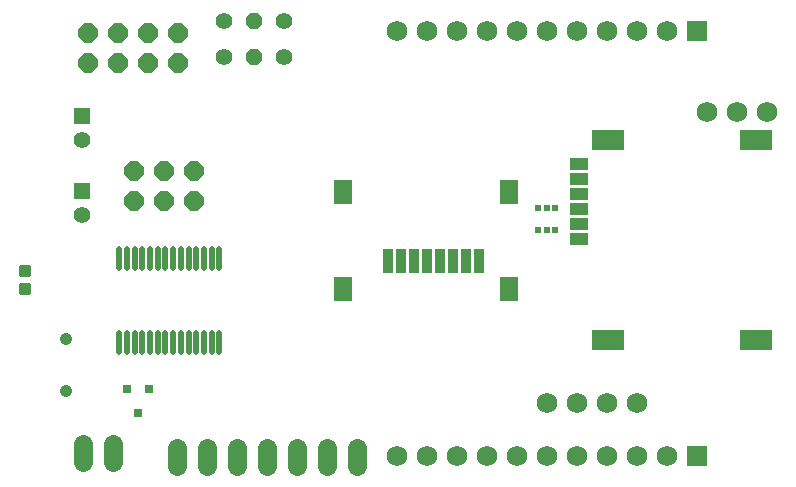
<source format=gbr>
G04 EAGLE Gerber X2 export*
%TF.Part,Single*%
%TF.FileFunction,Soldermask,Bot,1*%
%TF.FilePolarity,Negative*%
%TF.GenerationSoftware,Autodesk,EAGLE,8.6.3*%
%TF.CreationDate,2023-08-17T09:39:48Z*%
G75*
%MOMM*%
%FSLAX34Y34*%
%LPD*%
%AMOC8*
5,1,8,0,0,1.08239X$1,22.5*%
G01*
%ADD10R,1.752600X1.752600*%
%ADD11C,1.752600*%
%ADD12R,0.601600X0.601600*%
%ADD13R,0.501600X0.601600*%
%ADD14R,2.711600X1.661600*%
%ADD15R,1.601600X1.001600*%
%ADD16R,1.409600X1.409600*%
%ADD17C,1.409600*%
%ADD18R,0.901600X2.109600*%
%ADD19R,1.551600X2.101600*%
%ADD20P,1.539592X8X292.500000*%
%ADD21C,1.422400*%
%ADD22C,0.247650*%
%ADD23C,0.482600*%
%ADD24C,1.051600*%
%ADD25C,1.625600*%
%ADD26P,1.759533X8X202.500000*%
%ADD27P,1.759533X8X22.500000*%
%ADD28R,0.701600X0.801600*%


D10*
X477000Y380000D03*
D11*
X451600Y380000D03*
X426200Y380000D03*
X400800Y380000D03*
X375400Y380000D03*
X350000Y380000D03*
X324600Y380000D03*
X299200Y380000D03*
X273800Y380000D03*
X248400Y380000D03*
X223000Y380000D03*
D12*
X341750Y229980D03*
D13*
X349250Y229980D03*
D12*
X356750Y229980D03*
X356750Y211980D03*
D13*
X349250Y211980D03*
D12*
X341750Y211980D03*
D14*
X400900Y287400D03*
X526900Y287400D03*
X526900Y118400D03*
X400900Y118400D03*
D15*
X376900Y267100D03*
X376900Y254400D03*
X376900Y241700D03*
X376900Y229000D03*
X376900Y216300D03*
X376900Y203600D03*
D16*
X-44196Y308196D03*
D17*
X-44196Y288196D03*
D16*
X-44196Y244696D03*
D17*
X-44196Y224696D03*
D18*
X215286Y185040D03*
X226286Y185040D03*
X237286Y185040D03*
X248286Y185040D03*
X259286Y185040D03*
X270286Y185040D03*
X281286Y185040D03*
X292286Y185040D03*
D19*
X177250Y161580D03*
X317290Y161580D03*
X177250Y243564D03*
X317290Y243564D03*
D10*
X477000Y20000D03*
D11*
X451600Y20000D03*
X426200Y20000D03*
X400800Y20000D03*
X375400Y20000D03*
X350000Y20000D03*
X324600Y20000D03*
X299200Y20000D03*
X273800Y20000D03*
X248400Y20000D03*
X223000Y20000D03*
X349250Y64770D03*
X374650Y64770D03*
X400050Y64770D03*
X425450Y64770D03*
X485140Y311150D03*
X510540Y311150D03*
X535940Y311150D03*
D20*
X101600Y388620D03*
X101600Y358140D03*
D21*
X127000Y388620D03*
X76200Y388620D03*
X76200Y358140D03*
X127000Y358140D03*
D22*
X-96171Y181261D02*
X-96171Y173831D01*
X-96171Y181261D02*
X-88741Y181261D01*
X-88741Y173831D01*
X-96171Y173831D01*
X-96171Y176307D02*
X-88741Y176307D01*
X-88741Y178783D02*
X-96171Y178783D01*
X-96171Y181259D02*
X-88741Y181259D01*
X-96171Y166021D02*
X-96171Y158591D01*
X-96171Y166021D02*
X-88741Y166021D01*
X-88741Y158591D01*
X-96171Y158591D01*
X-96171Y161067D02*
X-88741Y161067D01*
X-88741Y163543D02*
X-96171Y163543D01*
X-96171Y166019D02*
X-88741Y166019D01*
D23*
X72136Y124587D02*
X72136Y108077D01*
X65634Y108077D02*
X65634Y124587D01*
X59136Y124587D02*
X59136Y108077D01*
X52636Y108077D02*
X52636Y124587D01*
X46134Y124587D02*
X46134Y108077D01*
X39637Y108077D02*
X39637Y124587D01*
X33139Y124587D02*
X33139Y108077D01*
X26637Y108077D02*
X26637Y124587D01*
X20137Y124587D02*
X20137Y108077D01*
X13635Y108077D02*
X13635Y124587D01*
X7132Y124587D02*
X7132Y108077D01*
X635Y108077D02*
X635Y124587D01*
X-5862Y124587D02*
X-5862Y108077D01*
X-12365Y108077D02*
X-12365Y124587D01*
X-12365Y179197D02*
X-12365Y195707D01*
X-5862Y195707D02*
X-5862Y179197D01*
X635Y179197D02*
X635Y195707D01*
X7132Y195707D02*
X7132Y179197D01*
X13635Y179197D02*
X13635Y195707D01*
X20137Y195707D02*
X20137Y179197D01*
X26637Y179197D02*
X26637Y195707D01*
X33139Y195707D02*
X33139Y179197D01*
X39637Y179197D02*
X39637Y195707D01*
X46134Y195707D02*
X46134Y179197D01*
X52636Y179197D02*
X52636Y195707D01*
X59136Y195707D02*
X59136Y179197D01*
X65639Y179197D02*
X65639Y195707D01*
X72136Y195707D02*
X72136Y179197D01*
D24*
X-57702Y75026D03*
X-57702Y119026D03*
D25*
X-42926Y30734D02*
X-42926Y15494D01*
X-17526Y15494D02*
X-17526Y30734D01*
D26*
X50546Y261366D03*
X50546Y235966D03*
X25146Y261366D03*
X25146Y235966D03*
X-254Y261366D03*
X-254Y235966D03*
D27*
X-39116Y353060D03*
X-39116Y378460D03*
X-13716Y353060D03*
X-13716Y378460D03*
X11684Y353060D03*
X11684Y378460D03*
X37084Y353060D03*
X37084Y378460D03*
D25*
X188468Y27178D02*
X188468Y11938D01*
X163068Y11938D02*
X163068Y27178D01*
X137668Y27178D02*
X137668Y11938D01*
X112268Y11938D02*
X112268Y27178D01*
X86868Y27178D02*
X86868Y11938D01*
X61468Y11938D02*
X61468Y27178D01*
X36068Y27178D02*
X36068Y11938D01*
D28*
X-5944Y76548D03*
X13056Y76548D03*
X3556Y56548D03*
M02*

</source>
